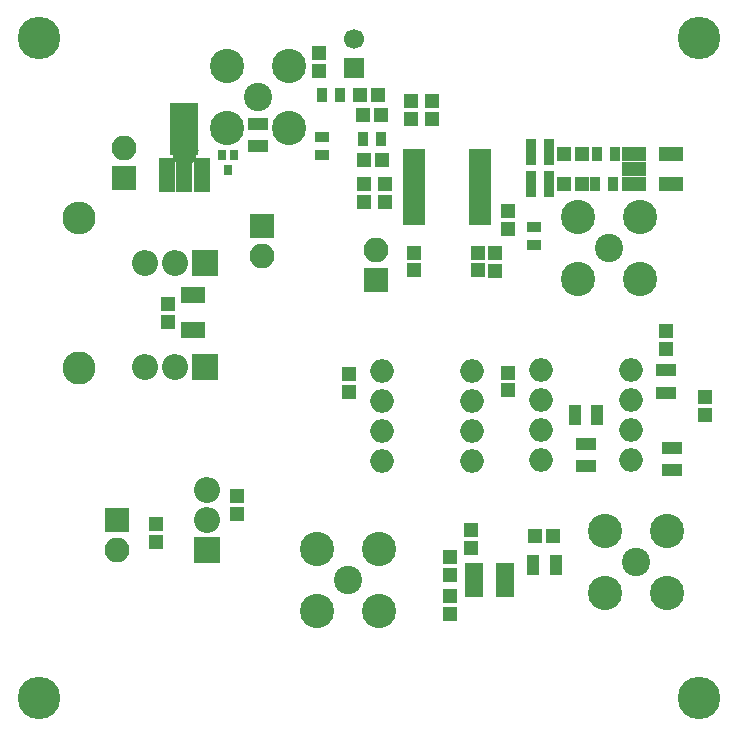
<source format=gbr>
G04 #@! TF.FileFunction,Soldermask,Top*
%FSLAX46Y46*%
G04 Gerber Fmt 4.6, Leading zero omitted, Abs format (unit mm)*
G04 Created by KiCad (PCBNEW 4.0.6) date Thursday, June 15, 2017 'PMt' 05:18:36 PM*
%MOMM*%
%LPD*%
G01*
G04 APERTURE LIST*
%ADD10C,0.100000*%
%ADD11C,3.600000*%
%ADD12R,1.700000X1.100000*%
%ADD13R,1.150000X1.200000*%
%ADD14R,1.700000X1.700000*%
%ADD15C,1.700000*%
%ADD16R,1.400760X2.901900*%
%ADD17R,2.398980X4.400500*%
%ADD18R,0.800000X0.910000*%
%ADD19R,2.100000X2.100000*%
%ADD20O,2.100000X2.100000*%
%ADD21R,2.000000X1.400000*%
%ADD22R,1.200000X1.150000*%
%ADD23R,0.900000X1.300000*%
%ADD24R,1.300000X0.900000*%
%ADD25R,2.200000X2.200000*%
%ADD26O,2.200000X2.200000*%
%ADD27C,2.800000*%
%ADD28O,2.800000X2.800000*%
%ADD29R,1.100000X1.700000*%
%ADD30R,2.051000X1.162000*%
%ADD31R,1.620000X1.050000*%
%ADD32R,1.924000X0.780000*%
%ADD33O,2.000000X2.000000*%
%ADD34C,2.398980*%
%ADD35C,2.900000*%
G04 APERTURE END LIST*
D10*
D11*
X118110000Y-110490000D03*
X173990000Y-110490000D03*
X173990000Y-54610000D03*
D12*
X136657000Y-61854000D03*
X136657000Y-63754000D03*
D13*
X141859000Y-57392000D03*
X141859000Y-55892000D03*
D14*
X144780000Y-57150000D03*
D15*
X144780000Y-54650000D03*
D16*
X128927860Y-66233040D03*
X130429000Y-66233040D03*
X131930140Y-66233040D03*
D17*
X130429000Y-62280800D03*
D10*
G36*
X131629760Y-64055650D02*
X131129380Y-65204950D01*
X129728620Y-65204950D01*
X129228240Y-64055650D01*
X131629760Y-64055650D01*
X131629760Y-64055650D01*
G37*
D18*
X134612000Y-64501000D03*
X133612000Y-64501000D03*
X134112000Y-65801000D03*
D19*
X125349000Y-66421000D03*
D20*
X125349000Y-63881000D03*
D21*
X131191000Y-79351000D03*
X131191000Y-76351000D03*
D13*
X129032000Y-78601000D03*
X129032000Y-77101000D03*
X128016000Y-97270000D03*
X128016000Y-95770000D03*
X134874000Y-93357000D03*
X134874000Y-94857000D03*
X144399000Y-84582000D03*
X144399000Y-83082000D03*
X157861000Y-84431000D03*
X157861000Y-82931000D03*
X174498000Y-86475000D03*
X174498000Y-84975000D03*
X171196000Y-80887000D03*
X171196000Y-79387000D03*
D22*
X147181000Y-64897000D03*
X145681000Y-64897000D03*
X162584000Y-64389000D03*
X164084000Y-64389000D03*
D13*
X145669000Y-66941000D03*
X145669000Y-68441000D03*
X147447000Y-66941000D03*
X147447000Y-68441000D03*
D22*
X162584000Y-66929000D03*
X164084000Y-66929000D03*
D13*
X157861000Y-69227000D03*
X157861000Y-70727000D03*
X156718000Y-72795000D03*
X156718000Y-74295000D03*
X149860000Y-72771000D03*
X149860000Y-74271000D03*
X155321000Y-72771000D03*
X155321000Y-74271000D03*
X152908000Y-103354000D03*
X152908000Y-101854000D03*
X152908000Y-100064000D03*
X152908000Y-98564000D03*
D22*
X161659000Y-96774000D03*
X160159000Y-96774000D03*
D13*
X154686000Y-97790000D03*
X154686000Y-96290000D03*
D22*
X147054000Y-61087000D03*
X145554000Y-61087000D03*
X145300000Y-59436000D03*
X146800000Y-59436000D03*
D13*
X151384000Y-59956000D03*
X151384000Y-61456000D03*
X149606000Y-61456000D03*
X149606000Y-59956000D03*
D23*
X142125000Y-59436000D03*
X143625000Y-59436000D03*
X145554000Y-63119000D03*
X147054000Y-63119000D03*
X159790000Y-63754000D03*
X161290000Y-63754000D03*
X159790000Y-67437000D03*
X161290000Y-67437000D03*
D24*
X160020000Y-70624000D03*
X160020000Y-72124000D03*
D19*
X124714000Y-95377000D03*
D20*
X124714000Y-97917000D03*
D19*
X137033000Y-70485000D03*
D20*
X137033000Y-73025000D03*
D19*
X146685000Y-75057000D03*
D20*
X146685000Y-72517000D03*
D25*
X132207000Y-82423000D03*
D26*
X129667000Y-82423000D03*
X127127000Y-82423000D03*
D25*
X132207000Y-73660000D03*
D26*
X129667000Y-73660000D03*
X127127000Y-73660000D03*
D27*
X121539000Y-82550000D03*
D28*
X121539000Y-69850000D03*
D29*
X163500038Y-86531340D03*
X165400038Y-86531340D03*
D12*
X164465000Y-88966000D03*
X164465000Y-90866000D03*
X171196000Y-84621340D03*
X171196000Y-82721340D03*
D23*
X165354000Y-64389000D03*
X166854000Y-64389000D03*
D12*
X171704000Y-91181000D03*
X171704000Y-89281000D03*
D23*
X161278000Y-64770000D03*
X159778000Y-64770000D03*
X161290000Y-66421000D03*
X159790000Y-66421000D03*
X165239000Y-66929000D03*
X166739000Y-66929000D03*
D29*
X159959000Y-99187000D03*
X161859000Y-99187000D03*
D24*
X142113000Y-63004000D03*
X142113000Y-64504000D03*
D30*
X171640500Y-64389000D03*
X168465500Y-64389000D03*
X168465500Y-65659000D03*
X171640500Y-66929000D03*
X168465500Y-66929000D03*
D25*
X132334000Y-97917000D03*
D26*
X132334000Y-95377000D03*
X132334000Y-92837000D03*
D31*
X157607000Y-101455124D03*
X157607000Y-100505124D03*
X157607000Y-99555124D03*
X154987000Y-99555124D03*
X154987000Y-100505124D03*
X154987000Y-101455124D03*
D32*
X149859000Y-64325500D03*
X155449000Y-64325500D03*
X149859000Y-64965500D03*
X155449000Y-64965500D03*
X149859000Y-65605500D03*
X155449000Y-65605500D03*
X149859000Y-66245500D03*
X155449000Y-66245500D03*
X149859000Y-66885500D03*
X155449000Y-66885500D03*
X149859000Y-67525500D03*
X155449000Y-67525500D03*
X149859000Y-68165500D03*
X155449000Y-68165500D03*
X149859000Y-68805500D03*
X155449000Y-68805500D03*
X149859000Y-69445500D03*
X155449000Y-69445500D03*
X149859000Y-70085500D03*
X155449000Y-70085500D03*
D11*
X118110000Y-54610000D03*
D33*
X168260038Y-82721340D03*
X168260038Y-85261340D03*
X168260038Y-87801340D03*
X168260038Y-90341340D03*
X160640038Y-90341340D03*
X160640038Y-87801340D03*
X160640038Y-85261340D03*
X160640038Y-82721340D03*
X154813000Y-82804000D03*
X154813000Y-85344000D03*
X154813000Y-87884000D03*
X154813000Y-90424000D03*
X147193000Y-90424000D03*
X147193000Y-87884000D03*
X147193000Y-85344000D03*
X147193000Y-82804000D03*
D34*
X144272000Y-100457000D03*
D35*
X146897000Y-97832000D03*
X146897000Y-103082000D03*
X141647000Y-97832000D03*
X141647000Y-103082000D03*
D34*
X166370000Y-72390000D03*
D35*
X168995000Y-69765000D03*
X168995000Y-75015000D03*
X163745000Y-69765000D03*
X163745000Y-75015000D03*
D34*
X168656000Y-98933000D03*
D35*
X166031000Y-101558000D03*
X166031000Y-96308000D03*
X171281000Y-101558000D03*
X171281000Y-96308000D03*
D34*
X136652000Y-59563000D03*
D35*
X139277000Y-56938000D03*
X139277000Y-62188000D03*
X134027000Y-56938000D03*
X134027000Y-62188000D03*
M02*

</source>
